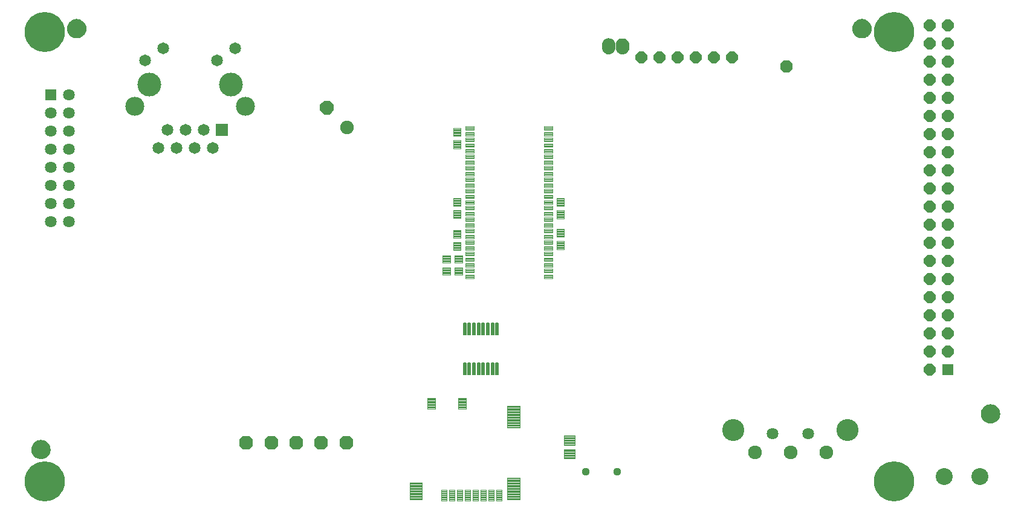
<source format=gbs>
G75*
%MOIN*%
%OFA0B0*%
%FSLAX25Y25*%
%IPPOS*%
%LPD*%
%AMOC8*
5,1,8,0,0,1.08239X$1,22.5*
%
%ADD10R,0.06406X0.06406*%
%ADD11OC8,0.06406*%
%ADD12C,0.06406*%
%ADD13OC8,0.07587*%
%ADD14C,0.07587*%
%ADD15C,0.12161*%
%ADD16C,0.00488*%
%ADD17C,0.00432*%
%ADD18C,0.00435*%
%ADD19C,0.06500*%
%ADD20R,0.06500X0.06500*%
%ADD21C,0.13098*%
%ADD22C,0.10500*%
%ADD23C,0.00494*%
%ADD24C,0.00444*%
%ADD25C,0.04437*%
%ADD26OC8,0.06996*%
%ADD27C,0.09358*%
%ADD28C,0.00545*%
%ADD29C,0.00100*%
%ADD30C,0.07500*%
%ADD31C,0.01500*%
%ADD32C,0.00449*%
%ADD33C,0.04500*%
%ADD34C,0.00500*%
%ADD35C,0.22154*%
D10*
X0055828Y0366054D03*
X0550612Y0214602D03*
D11*
X0540612Y0214602D03*
X0540612Y0224602D03*
X0550612Y0224602D03*
X0550612Y0234602D03*
X0540612Y0234602D03*
X0540612Y0244602D03*
X0550612Y0244602D03*
X0550612Y0254602D03*
X0540612Y0254602D03*
X0540612Y0264602D03*
X0550612Y0264602D03*
X0550612Y0274602D03*
X0540612Y0274602D03*
X0540612Y0284602D03*
X0550612Y0284602D03*
X0550612Y0294602D03*
X0540612Y0294602D03*
X0540612Y0304602D03*
X0550612Y0304602D03*
X0550612Y0314602D03*
X0540612Y0314602D03*
X0540612Y0324602D03*
X0550612Y0324602D03*
X0550612Y0334602D03*
X0540612Y0334602D03*
X0540612Y0344602D03*
X0550612Y0344602D03*
X0550612Y0354602D03*
X0540612Y0354602D03*
X0540612Y0364602D03*
X0550612Y0364602D03*
X0550612Y0374602D03*
X0540612Y0374602D03*
X0540612Y0384602D03*
X0550612Y0384602D03*
X0550612Y0394602D03*
X0540612Y0394602D03*
X0540612Y0404602D03*
X0550612Y0404602D03*
X0431578Y0386704D03*
X0421578Y0386704D03*
X0411578Y0386704D03*
X0401578Y0386704D03*
X0391578Y0386704D03*
X0381578Y0386704D03*
D12*
X0453998Y0179012D03*
X0473683Y0179012D03*
X0065828Y0296054D03*
X0055828Y0296054D03*
X0055828Y0306054D03*
X0055828Y0316054D03*
X0055828Y0326054D03*
X0055828Y0336054D03*
X0055828Y0346054D03*
X0065828Y0346054D03*
X0065828Y0336054D03*
X0065828Y0326054D03*
X0065828Y0316054D03*
X0065828Y0306054D03*
X0065828Y0356054D03*
X0055828Y0356054D03*
X0065828Y0366054D03*
D13*
X0163643Y0174287D03*
X0177423Y0174287D03*
X0191202Y0174287D03*
X0204982Y0174287D03*
X0218762Y0174287D03*
D14*
X0444155Y0168776D03*
X0463840Y0168776D03*
X0483525Y0168776D03*
D15*
X0495336Y0180980D03*
X0432344Y0180980D03*
D16*
X0304398Y0148113D02*
X0301630Y0148113D01*
X0304398Y0148113D02*
X0304398Y0142195D01*
X0301630Y0142195D01*
X0301630Y0148113D01*
X0301630Y0142682D02*
X0304398Y0142682D01*
X0304398Y0143169D02*
X0301630Y0143169D01*
X0301630Y0143656D02*
X0304398Y0143656D01*
X0304398Y0144143D02*
X0301630Y0144143D01*
X0301630Y0144630D02*
X0304398Y0144630D01*
X0304398Y0145117D02*
X0301630Y0145117D01*
X0301630Y0145604D02*
X0304398Y0145604D01*
X0304398Y0146091D02*
X0301630Y0146091D01*
X0301630Y0146578D02*
X0304398Y0146578D01*
X0304398Y0147065D02*
X0301630Y0147065D01*
X0301630Y0147552D02*
X0304398Y0147552D01*
X0304398Y0148039D02*
X0301630Y0148039D01*
X0300067Y0148113D02*
X0297299Y0148113D01*
X0300067Y0148113D02*
X0300067Y0142195D01*
X0297299Y0142195D01*
X0297299Y0148113D01*
X0297299Y0142682D02*
X0300067Y0142682D01*
X0300067Y0143169D02*
X0297299Y0143169D01*
X0297299Y0143656D02*
X0300067Y0143656D01*
X0300067Y0144143D02*
X0297299Y0144143D01*
X0297299Y0144630D02*
X0300067Y0144630D01*
X0300067Y0145117D02*
X0297299Y0145117D01*
X0297299Y0145604D02*
X0300067Y0145604D01*
X0300067Y0146091D02*
X0297299Y0146091D01*
X0297299Y0146578D02*
X0300067Y0146578D01*
X0300067Y0147065D02*
X0297299Y0147065D01*
X0297299Y0147552D02*
X0300067Y0147552D01*
X0300067Y0148039D02*
X0297299Y0148039D01*
X0295736Y0148113D02*
X0292968Y0148113D01*
X0295736Y0148113D02*
X0295736Y0142195D01*
X0292968Y0142195D01*
X0292968Y0148113D01*
X0292968Y0142682D02*
X0295736Y0142682D01*
X0295736Y0143169D02*
X0292968Y0143169D01*
X0292968Y0143656D02*
X0295736Y0143656D01*
X0295736Y0144143D02*
X0292968Y0144143D01*
X0292968Y0144630D02*
X0295736Y0144630D01*
X0295736Y0145117D02*
X0292968Y0145117D01*
X0292968Y0145604D02*
X0295736Y0145604D01*
X0295736Y0146091D02*
X0292968Y0146091D01*
X0292968Y0146578D02*
X0295736Y0146578D01*
X0295736Y0147065D02*
X0292968Y0147065D01*
X0292968Y0147552D02*
X0295736Y0147552D01*
X0295736Y0148039D02*
X0292968Y0148039D01*
X0291405Y0148113D02*
X0288637Y0148113D01*
X0291405Y0148113D02*
X0291405Y0142195D01*
X0288637Y0142195D01*
X0288637Y0148113D01*
X0288637Y0142682D02*
X0291405Y0142682D01*
X0291405Y0143169D02*
X0288637Y0143169D01*
X0288637Y0143656D02*
X0291405Y0143656D01*
X0291405Y0144143D02*
X0288637Y0144143D01*
X0288637Y0144630D02*
X0291405Y0144630D01*
X0291405Y0145117D02*
X0288637Y0145117D01*
X0288637Y0145604D02*
X0291405Y0145604D01*
X0291405Y0146091D02*
X0288637Y0146091D01*
X0288637Y0146578D02*
X0291405Y0146578D01*
X0291405Y0147065D02*
X0288637Y0147065D01*
X0288637Y0147552D02*
X0291405Y0147552D01*
X0291405Y0148039D02*
X0288637Y0148039D01*
X0287075Y0148113D02*
X0284307Y0148113D01*
X0287075Y0148113D02*
X0287075Y0142195D01*
X0284307Y0142195D01*
X0284307Y0148113D01*
X0284307Y0142682D02*
X0287075Y0142682D01*
X0287075Y0143169D02*
X0284307Y0143169D01*
X0284307Y0143656D02*
X0287075Y0143656D01*
X0287075Y0144143D02*
X0284307Y0144143D01*
X0284307Y0144630D02*
X0287075Y0144630D01*
X0287075Y0145117D02*
X0284307Y0145117D01*
X0284307Y0145604D02*
X0287075Y0145604D01*
X0287075Y0146091D02*
X0284307Y0146091D01*
X0284307Y0146578D02*
X0287075Y0146578D01*
X0287075Y0147065D02*
X0284307Y0147065D01*
X0284307Y0147552D02*
X0287075Y0147552D01*
X0287075Y0148039D02*
X0284307Y0148039D01*
X0282744Y0148113D02*
X0279976Y0148113D01*
X0282744Y0148113D02*
X0282744Y0142195D01*
X0279976Y0142195D01*
X0279976Y0148113D01*
X0279976Y0142682D02*
X0282744Y0142682D01*
X0282744Y0143169D02*
X0279976Y0143169D01*
X0279976Y0143656D02*
X0282744Y0143656D01*
X0282744Y0144143D02*
X0279976Y0144143D01*
X0279976Y0144630D02*
X0282744Y0144630D01*
X0282744Y0145117D02*
X0279976Y0145117D01*
X0279976Y0145604D02*
X0282744Y0145604D01*
X0282744Y0146091D02*
X0279976Y0146091D01*
X0279976Y0146578D02*
X0282744Y0146578D01*
X0282744Y0147065D02*
X0279976Y0147065D01*
X0279976Y0147552D02*
X0282744Y0147552D01*
X0282744Y0148039D02*
X0279976Y0148039D01*
X0278413Y0148113D02*
X0275645Y0148113D01*
X0278413Y0148113D02*
X0278413Y0142195D01*
X0275645Y0142195D01*
X0275645Y0148113D01*
X0275645Y0142682D02*
X0278413Y0142682D01*
X0278413Y0143169D02*
X0275645Y0143169D01*
X0275645Y0143656D02*
X0278413Y0143656D01*
X0278413Y0144143D02*
X0275645Y0144143D01*
X0275645Y0144630D02*
X0278413Y0144630D01*
X0278413Y0145117D02*
X0275645Y0145117D01*
X0275645Y0145604D02*
X0278413Y0145604D01*
X0278413Y0146091D02*
X0275645Y0146091D01*
X0275645Y0146578D02*
X0278413Y0146578D01*
X0278413Y0147065D02*
X0275645Y0147065D01*
X0275645Y0147552D02*
X0278413Y0147552D01*
X0278413Y0148039D02*
X0275645Y0148039D01*
X0274083Y0148113D02*
X0271315Y0148113D01*
X0274083Y0148113D02*
X0274083Y0142195D01*
X0271315Y0142195D01*
X0271315Y0148113D01*
X0271315Y0142682D02*
X0274083Y0142682D01*
X0274083Y0143169D02*
X0271315Y0143169D01*
X0271315Y0143656D02*
X0274083Y0143656D01*
X0274083Y0144143D02*
X0271315Y0144143D01*
X0271315Y0144630D02*
X0274083Y0144630D01*
X0274083Y0145117D02*
X0271315Y0145117D01*
X0271315Y0145604D02*
X0274083Y0145604D01*
X0274083Y0146091D02*
X0271315Y0146091D01*
X0271315Y0146578D02*
X0274083Y0146578D01*
X0274083Y0147065D02*
X0271315Y0147065D01*
X0271315Y0147552D02*
X0274083Y0147552D01*
X0274083Y0148039D02*
X0271315Y0148039D01*
D17*
X0260527Y0151978D02*
X0253767Y0151978D01*
X0260527Y0151978D02*
X0260527Y0142738D01*
X0253767Y0142738D01*
X0253767Y0151978D01*
X0253767Y0143169D02*
X0260527Y0143169D01*
X0260527Y0143600D02*
X0253767Y0143600D01*
X0253767Y0144031D02*
X0260527Y0144031D01*
X0260527Y0144462D02*
X0253767Y0144462D01*
X0253767Y0144893D02*
X0260527Y0144893D01*
X0260527Y0145324D02*
X0253767Y0145324D01*
X0253767Y0145755D02*
X0260527Y0145755D01*
X0260527Y0146186D02*
X0253767Y0146186D01*
X0253767Y0146617D02*
X0260527Y0146617D01*
X0260527Y0147048D02*
X0253767Y0147048D01*
X0253767Y0147479D02*
X0260527Y0147479D01*
X0260527Y0147910D02*
X0253767Y0147910D01*
X0253767Y0148341D02*
X0260527Y0148341D01*
X0260527Y0148772D02*
X0253767Y0148772D01*
X0253767Y0149203D02*
X0260527Y0149203D01*
X0260527Y0149634D02*
X0253767Y0149634D01*
X0253767Y0150065D02*
X0260527Y0150065D01*
X0260527Y0150496D02*
X0253767Y0150496D01*
X0253767Y0150927D02*
X0260527Y0150927D01*
X0260527Y0151358D02*
X0253767Y0151358D01*
X0253767Y0151789D02*
X0260527Y0151789D01*
X0307704Y0154636D02*
X0314464Y0154636D01*
X0314464Y0142758D01*
X0307704Y0142758D01*
X0307704Y0154636D01*
X0307704Y0143189D02*
X0314464Y0143189D01*
X0314464Y0143620D02*
X0307704Y0143620D01*
X0307704Y0144051D02*
X0314464Y0144051D01*
X0314464Y0144482D02*
X0307704Y0144482D01*
X0307704Y0144913D02*
X0314464Y0144913D01*
X0314464Y0145344D02*
X0307704Y0145344D01*
X0307704Y0145775D02*
X0314464Y0145775D01*
X0314464Y0146206D02*
X0307704Y0146206D01*
X0307704Y0146637D02*
X0314464Y0146637D01*
X0314464Y0147068D02*
X0307704Y0147068D01*
X0307704Y0147499D02*
X0314464Y0147499D01*
X0314464Y0147930D02*
X0307704Y0147930D01*
X0307704Y0148361D02*
X0314464Y0148361D01*
X0314464Y0148792D02*
X0307704Y0148792D01*
X0307704Y0149223D02*
X0314464Y0149223D01*
X0314464Y0149654D02*
X0307704Y0149654D01*
X0307704Y0150085D02*
X0314464Y0150085D01*
X0314464Y0150516D02*
X0307704Y0150516D01*
X0307704Y0150947D02*
X0314464Y0150947D01*
X0314464Y0151378D02*
X0307704Y0151378D01*
X0307704Y0151809D02*
X0314464Y0151809D01*
X0314464Y0152240D02*
X0307704Y0152240D01*
X0307704Y0152671D02*
X0314464Y0152671D01*
X0314464Y0153102D02*
X0307704Y0153102D01*
X0307704Y0153533D02*
X0314464Y0153533D01*
X0314464Y0153964D02*
X0307704Y0153964D01*
X0307704Y0154395D02*
X0314464Y0154395D01*
X0314464Y0194400D02*
X0307704Y0194400D01*
X0314464Y0194400D02*
X0314464Y0182522D01*
X0307704Y0182522D01*
X0307704Y0194400D01*
X0307704Y0182953D02*
X0314464Y0182953D01*
X0314464Y0183384D02*
X0307704Y0183384D01*
X0307704Y0183815D02*
X0314464Y0183815D01*
X0314464Y0184246D02*
X0307704Y0184246D01*
X0307704Y0184677D02*
X0314464Y0184677D01*
X0314464Y0185108D02*
X0307704Y0185108D01*
X0307704Y0185539D02*
X0314464Y0185539D01*
X0314464Y0185970D02*
X0307704Y0185970D01*
X0307704Y0186401D02*
X0314464Y0186401D01*
X0314464Y0186832D02*
X0307704Y0186832D01*
X0307704Y0187263D02*
X0314464Y0187263D01*
X0314464Y0187694D02*
X0307704Y0187694D01*
X0307704Y0188125D02*
X0314464Y0188125D01*
X0314464Y0188556D02*
X0307704Y0188556D01*
X0307704Y0188987D02*
X0314464Y0188987D01*
X0314464Y0189418D02*
X0307704Y0189418D01*
X0307704Y0189849D02*
X0314464Y0189849D01*
X0314464Y0190280D02*
X0307704Y0190280D01*
X0307704Y0190711D02*
X0314464Y0190711D01*
X0314464Y0191142D02*
X0307704Y0191142D01*
X0307704Y0191573D02*
X0314464Y0191573D01*
X0314464Y0192004D02*
X0307704Y0192004D01*
X0307704Y0192435D02*
X0314464Y0192435D01*
X0314464Y0192866D02*
X0307704Y0192866D01*
X0307704Y0193297D02*
X0314464Y0193297D01*
X0314464Y0193728D02*
X0307704Y0193728D01*
X0307704Y0194159D02*
X0314464Y0194159D01*
D18*
X0284936Y0198927D02*
X0280540Y0198927D01*
X0284936Y0198927D02*
X0284936Y0192955D01*
X0280540Y0192955D01*
X0280540Y0198927D01*
X0280540Y0193389D02*
X0284936Y0193389D01*
X0284936Y0193823D02*
X0280540Y0193823D01*
X0280540Y0194257D02*
X0284936Y0194257D01*
X0284936Y0194691D02*
X0280540Y0194691D01*
X0280540Y0195125D02*
X0284936Y0195125D01*
X0284936Y0195559D02*
X0280540Y0195559D01*
X0280540Y0195993D02*
X0284936Y0195993D01*
X0284936Y0196427D02*
X0280540Y0196427D01*
X0280540Y0196861D02*
X0284936Y0196861D01*
X0284936Y0197295D02*
X0280540Y0197295D01*
X0280540Y0197729D02*
X0284936Y0197729D01*
X0284936Y0198163D02*
X0280540Y0198163D01*
X0280540Y0198597D02*
X0284936Y0198597D01*
X0268007Y0198927D02*
X0263611Y0198927D01*
X0268007Y0198927D02*
X0268007Y0192955D01*
X0263611Y0192955D01*
X0263611Y0198927D01*
X0263611Y0193389D02*
X0268007Y0193389D01*
X0268007Y0193823D02*
X0263611Y0193823D01*
X0263611Y0194257D02*
X0268007Y0194257D01*
X0268007Y0194691D02*
X0263611Y0194691D01*
X0263611Y0195125D02*
X0268007Y0195125D01*
X0268007Y0195559D02*
X0263611Y0195559D01*
X0263611Y0195993D02*
X0268007Y0195993D01*
X0268007Y0196427D02*
X0263611Y0196427D01*
X0263611Y0196861D02*
X0268007Y0196861D01*
X0268007Y0197295D02*
X0263611Y0197295D01*
X0263611Y0197729D02*
X0268007Y0197729D01*
X0268007Y0198163D02*
X0263611Y0198163D01*
X0263611Y0198597D02*
X0268007Y0198597D01*
D19*
X0145219Y0336687D03*
X0135219Y0336687D03*
X0125219Y0336687D03*
X0115219Y0336687D03*
X0120219Y0346687D03*
X0130219Y0346687D03*
X0140219Y0346687D03*
X0147620Y0384994D03*
X0157620Y0391687D03*
X0117817Y0391687D03*
X0107817Y0384994D03*
D20*
X0150219Y0346687D03*
D21*
X0155219Y0371687D03*
X0110219Y0371687D03*
D22*
X0102207Y0359679D03*
X0163230Y0359679D03*
D23*
X0289281Y0348736D02*
X0289281Y0346762D01*
X0284551Y0346762D01*
X0284551Y0348736D01*
X0289281Y0348736D01*
X0289281Y0347255D02*
X0284551Y0347255D01*
X0284551Y0347748D02*
X0289281Y0347748D01*
X0289281Y0348241D02*
X0284551Y0348241D01*
X0284551Y0348734D02*
X0289281Y0348734D01*
X0289281Y0345587D02*
X0289281Y0343613D01*
X0284551Y0343613D01*
X0284551Y0345587D01*
X0289281Y0345587D01*
X0289281Y0344106D02*
X0284551Y0344106D01*
X0284551Y0344599D02*
X0289281Y0344599D01*
X0289281Y0345092D02*
X0284551Y0345092D01*
X0284551Y0345585D02*
X0289281Y0345585D01*
X0289281Y0342437D02*
X0289281Y0340463D01*
X0284551Y0340463D01*
X0284551Y0342437D01*
X0289281Y0342437D01*
X0289281Y0340956D02*
X0284551Y0340956D01*
X0284551Y0341449D02*
X0289281Y0341449D01*
X0289281Y0341942D02*
X0284551Y0341942D01*
X0284551Y0342435D02*
X0289281Y0342435D01*
X0289281Y0339287D02*
X0289281Y0337313D01*
X0284551Y0337313D01*
X0284551Y0339287D01*
X0289281Y0339287D01*
X0289281Y0337806D02*
X0284551Y0337806D01*
X0284551Y0338299D02*
X0289281Y0338299D01*
X0289281Y0338792D02*
X0284551Y0338792D01*
X0284551Y0339285D02*
X0289281Y0339285D01*
X0289281Y0336138D02*
X0289281Y0334164D01*
X0284551Y0334164D01*
X0284551Y0336138D01*
X0289281Y0336138D01*
X0289281Y0334657D02*
X0284551Y0334657D01*
X0284551Y0335150D02*
X0289281Y0335150D01*
X0289281Y0335643D02*
X0284551Y0335643D01*
X0284551Y0336136D02*
X0289281Y0336136D01*
X0289281Y0332988D02*
X0289281Y0331014D01*
X0284551Y0331014D01*
X0284551Y0332988D01*
X0289281Y0332988D01*
X0289281Y0331507D02*
X0284551Y0331507D01*
X0284551Y0332000D02*
X0289281Y0332000D01*
X0289281Y0332493D02*
X0284551Y0332493D01*
X0284551Y0332986D02*
X0289281Y0332986D01*
X0289281Y0329839D02*
X0289281Y0327865D01*
X0284551Y0327865D01*
X0284551Y0329839D01*
X0289281Y0329839D01*
X0289281Y0328358D02*
X0284551Y0328358D01*
X0284551Y0328851D02*
X0289281Y0328851D01*
X0289281Y0329344D02*
X0284551Y0329344D01*
X0284551Y0329837D02*
X0289281Y0329837D01*
X0289281Y0326689D02*
X0289281Y0324715D01*
X0284551Y0324715D01*
X0284551Y0326689D01*
X0289281Y0326689D01*
X0289281Y0325208D02*
X0284551Y0325208D01*
X0284551Y0325701D02*
X0289281Y0325701D01*
X0289281Y0326194D02*
X0284551Y0326194D01*
X0284551Y0326687D02*
X0289281Y0326687D01*
X0289281Y0323539D02*
X0289281Y0321565D01*
X0284551Y0321565D01*
X0284551Y0323539D01*
X0289281Y0323539D01*
X0289281Y0322058D02*
X0284551Y0322058D01*
X0284551Y0322551D02*
X0289281Y0322551D01*
X0289281Y0323044D02*
X0284551Y0323044D01*
X0284551Y0323537D02*
X0289281Y0323537D01*
X0289281Y0320390D02*
X0289281Y0318416D01*
X0284551Y0318416D01*
X0284551Y0320390D01*
X0289281Y0320390D01*
X0289281Y0318909D02*
X0284551Y0318909D01*
X0284551Y0319402D02*
X0289281Y0319402D01*
X0289281Y0319895D02*
X0284551Y0319895D01*
X0284551Y0320388D02*
X0289281Y0320388D01*
X0289281Y0317240D02*
X0289281Y0315266D01*
X0284551Y0315266D01*
X0284551Y0317240D01*
X0289281Y0317240D01*
X0289281Y0315759D02*
X0284551Y0315759D01*
X0284551Y0316252D02*
X0289281Y0316252D01*
X0289281Y0316745D02*
X0284551Y0316745D01*
X0284551Y0317238D02*
X0289281Y0317238D01*
X0289281Y0314091D02*
X0289281Y0312117D01*
X0284551Y0312117D01*
X0284551Y0314091D01*
X0289281Y0314091D01*
X0289281Y0312610D02*
X0284551Y0312610D01*
X0284551Y0313103D02*
X0289281Y0313103D01*
X0289281Y0313596D02*
X0284551Y0313596D01*
X0284551Y0314089D02*
X0289281Y0314089D01*
X0289281Y0310941D02*
X0289281Y0308967D01*
X0284551Y0308967D01*
X0284551Y0310941D01*
X0289281Y0310941D01*
X0289281Y0309460D02*
X0284551Y0309460D01*
X0284551Y0309953D02*
X0289281Y0309953D01*
X0289281Y0310446D02*
X0284551Y0310446D01*
X0284551Y0310939D02*
X0289281Y0310939D01*
X0289281Y0307791D02*
X0289281Y0305817D01*
X0284551Y0305817D01*
X0284551Y0307791D01*
X0289281Y0307791D01*
X0289281Y0306310D02*
X0284551Y0306310D01*
X0284551Y0306803D02*
X0289281Y0306803D01*
X0289281Y0307296D02*
X0284551Y0307296D01*
X0284551Y0307789D02*
X0289281Y0307789D01*
X0289281Y0304642D02*
X0289281Y0302668D01*
X0284551Y0302668D01*
X0284551Y0304642D01*
X0289281Y0304642D01*
X0289281Y0303161D02*
X0284551Y0303161D01*
X0284551Y0303654D02*
X0289281Y0303654D01*
X0289281Y0304147D02*
X0284551Y0304147D01*
X0284551Y0304640D02*
X0289281Y0304640D01*
X0289281Y0301492D02*
X0289281Y0299518D01*
X0284551Y0299518D01*
X0284551Y0301492D01*
X0289281Y0301492D01*
X0289281Y0300011D02*
X0284551Y0300011D01*
X0284551Y0300504D02*
X0289281Y0300504D01*
X0289281Y0300997D02*
X0284551Y0300997D01*
X0284551Y0301490D02*
X0289281Y0301490D01*
X0289281Y0298343D02*
X0289281Y0296369D01*
X0284551Y0296369D01*
X0284551Y0298343D01*
X0289281Y0298343D01*
X0289281Y0296862D02*
X0284551Y0296862D01*
X0284551Y0297355D02*
X0289281Y0297355D01*
X0289281Y0297848D02*
X0284551Y0297848D01*
X0284551Y0298341D02*
X0289281Y0298341D01*
X0289281Y0295193D02*
X0289281Y0293219D01*
X0284551Y0293219D01*
X0284551Y0295193D01*
X0289281Y0295193D01*
X0289281Y0293712D02*
X0284551Y0293712D01*
X0284551Y0294205D02*
X0289281Y0294205D01*
X0289281Y0294698D02*
X0284551Y0294698D01*
X0284551Y0295191D02*
X0289281Y0295191D01*
X0289281Y0292043D02*
X0289281Y0290069D01*
X0284551Y0290069D01*
X0284551Y0292043D01*
X0289281Y0292043D01*
X0289281Y0290562D02*
X0284551Y0290562D01*
X0284551Y0291055D02*
X0289281Y0291055D01*
X0289281Y0291548D02*
X0284551Y0291548D01*
X0284551Y0292041D02*
X0289281Y0292041D01*
X0289281Y0288894D02*
X0289281Y0286920D01*
X0284551Y0286920D01*
X0284551Y0288894D01*
X0289281Y0288894D01*
X0289281Y0287413D02*
X0284551Y0287413D01*
X0284551Y0287906D02*
X0289281Y0287906D01*
X0289281Y0288399D02*
X0284551Y0288399D01*
X0284551Y0288892D02*
X0289281Y0288892D01*
X0289281Y0285744D02*
X0289281Y0283770D01*
X0284551Y0283770D01*
X0284551Y0285744D01*
X0289281Y0285744D01*
X0289281Y0284263D02*
X0284551Y0284263D01*
X0284551Y0284756D02*
X0289281Y0284756D01*
X0289281Y0285249D02*
X0284551Y0285249D01*
X0284551Y0285742D02*
X0289281Y0285742D01*
X0289281Y0282594D02*
X0289281Y0280620D01*
X0284551Y0280620D01*
X0284551Y0282594D01*
X0289281Y0282594D01*
X0289281Y0281113D02*
X0284551Y0281113D01*
X0284551Y0281606D02*
X0289281Y0281606D01*
X0289281Y0282099D02*
X0284551Y0282099D01*
X0284551Y0282592D02*
X0289281Y0282592D01*
X0289281Y0279445D02*
X0289281Y0277471D01*
X0284551Y0277471D01*
X0284551Y0279445D01*
X0289281Y0279445D01*
X0289281Y0277964D02*
X0284551Y0277964D01*
X0284551Y0278457D02*
X0289281Y0278457D01*
X0289281Y0278950D02*
X0284551Y0278950D01*
X0284551Y0279443D02*
X0289281Y0279443D01*
X0289281Y0276295D02*
X0289281Y0274321D01*
X0284551Y0274321D01*
X0284551Y0276295D01*
X0289281Y0276295D01*
X0289281Y0274814D02*
X0284551Y0274814D01*
X0284551Y0275307D02*
X0289281Y0275307D01*
X0289281Y0275800D02*
X0284551Y0275800D01*
X0284551Y0276293D02*
X0289281Y0276293D01*
X0289281Y0273146D02*
X0289281Y0271172D01*
X0284551Y0271172D01*
X0284551Y0273146D01*
X0289281Y0273146D01*
X0289281Y0271665D02*
X0284551Y0271665D01*
X0284551Y0272158D02*
X0289281Y0272158D01*
X0289281Y0272651D02*
X0284551Y0272651D01*
X0284551Y0273144D02*
X0289281Y0273144D01*
X0289281Y0269996D02*
X0289281Y0268022D01*
X0284551Y0268022D01*
X0284551Y0269996D01*
X0289281Y0269996D01*
X0289281Y0268515D02*
X0284551Y0268515D01*
X0284551Y0269008D02*
X0289281Y0269008D01*
X0289281Y0269501D02*
X0284551Y0269501D01*
X0284551Y0269994D02*
X0289281Y0269994D01*
X0289281Y0266846D02*
X0289281Y0264872D01*
X0284551Y0264872D01*
X0284551Y0266846D01*
X0289281Y0266846D01*
X0289281Y0265365D02*
X0284551Y0265365D01*
X0284551Y0265858D02*
X0289281Y0265858D01*
X0289281Y0266351D02*
X0284551Y0266351D01*
X0284551Y0266844D02*
X0289281Y0266844D01*
X0327876Y0266846D02*
X0327876Y0264872D01*
X0327876Y0266846D02*
X0332606Y0266846D01*
X0332606Y0264872D01*
X0327876Y0264872D01*
X0327876Y0265365D02*
X0332606Y0265365D01*
X0332606Y0265858D02*
X0327876Y0265858D01*
X0327876Y0266351D02*
X0332606Y0266351D01*
X0332606Y0266844D02*
X0327876Y0266844D01*
X0327876Y0268022D02*
X0327876Y0269996D01*
X0332606Y0269996D01*
X0332606Y0268022D01*
X0327876Y0268022D01*
X0327876Y0268515D02*
X0332606Y0268515D01*
X0332606Y0269008D02*
X0327876Y0269008D01*
X0327876Y0269501D02*
X0332606Y0269501D01*
X0332606Y0269994D02*
X0327876Y0269994D01*
X0327876Y0271172D02*
X0327876Y0273146D01*
X0332606Y0273146D01*
X0332606Y0271172D01*
X0327876Y0271172D01*
X0327876Y0271665D02*
X0332606Y0271665D01*
X0332606Y0272158D02*
X0327876Y0272158D01*
X0327876Y0272651D02*
X0332606Y0272651D01*
X0332606Y0273144D02*
X0327876Y0273144D01*
X0327876Y0274321D02*
X0327876Y0276295D01*
X0332606Y0276295D01*
X0332606Y0274321D01*
X0327876Y0274321D01*
X0327876Y0274814D02*
X0332606Y0274814D01*
X0332606Y0275307D02*
X0327876Y0275307D01*
X0327876Y0275800D02*
X0332606Y0275800D01*
X0332606Y0276293D02*
X0327876Y0276293D01*
X0327876Y0277471D02*
X0327876Y0279445D01*
X0332606Y0279445D01*
X0332606Y0277471D01*
X0327876Y0277471D01*
X0327876Y0277964D02*
X0332606Y0277964D01*
X0332606Y0278457D02*
X0327876Y0278457D01*
X0327876Y0278950D02*
X0332606Y0278950D01*
X0332606Y0279443D02*
X0327876Y0279443D01*
X0327876Y0280620D02*
X0327876Y0282594D01*
X0332606Y0282594D01*
X0332606Y0280620D01*
X0327876Y0280620D01*
X0327876Y0281113D02*
X0332606Y0281113D01*
X0332606Y0281606D02*
X0327876Y0281606D01*
X0327876Y0282099D02*
X0332606Y0282099D01*
X0332606Y0282592D02*
X0327876Y0282592D01*
X0327876Y0283770D02*
X0327876Y0285744D01*
X0332606Y0285744D01*
X0332606Y0283770D01*
X0327876Y0283770D01*
X0327876Y0284263D02*
X0332606Y0284263D01*
X0332606Y0284756D02*
X0327876Y0284756D01*
X0327876Y0285249D02*
X0332606Y0285249D01*
X0332606Y0285742D02*
X0327876Y0285742D01*
X0327876Y0286920D02*
X0327876Y0288894D01*
X0332606Y0288894D01*
X0332606Y0286920D01*
X0327876Y0286920D01*
X0327876Y0287413D02*
X0332606Y0287413D01*
X0332606Y0287906D02*
X0327876Y0287906D01*
X0327876Y0288399D02*
X0332606Y0288399D01*
X0332606Y0288892D02*
X0327876Y0288892D01*
X0327876Y0290069D02*
X0327876Y0292043D01*
X0332606Y0292043D01*
X0332606Y0290069D01*
X0327876Y0290069D01*
X0327876Y0290562D02*
X0332606Y0290562D01*
X0332606Y0291055D02*
X0327876Y0291055D01*
X0327876Y0291548D02*
X0332606Y0291548D01*
X0332606Y0292041D02*
X0327876Y0292041D01*
X0327876Y0293219D02*
X0327876Y0295193D01*
X0332606Y0295193D01*
X0332606Y0293219D01*
X0327876Y0293219D01*
X0327876Y0293712D02*
X0332606Y0293712D01*
X0332606Y0294205D02*
X0327876Y0294205D01*
X0327876Y0294698D02*
X0332606Y0294698D01*
X0332606Y0295191D02*
X0327876Y0295191D01*
X0327876Y0296369D02*
X0327876Y0298343D01*
X0332606Y0298343D01*
X0332606Y0296369D01*
X0327876Y0296369D01*
X0327876Y0296862D02*
X0332606Y0296862D01*
X0332606Y0297355D02*
X0327876Y0297355D01*
X0327876Y0297848D02*
X0332606Y0297848D01*
X0332606Y0298341D02*
X0327876Y0298341D01*
X0327876Y0299518D02*
X0327876Y0301492D01*
X0332606Y0301492D01*
X0332606Y0299518D01*
X0327876Y0299518D01*
X0327876Y0300011D02*
X0332606Y0300011D01*
X0332606Y0300504D02*
X0327876Y0300504D01*
X0327876Y0300997D02*
X0332606Y0300997D01*
X0332606Y0301490D02*
X0327876Y0301490D01*
X0327876Y0302668D02*
X0327876Y0304642D01*
X0332606Y0304642D01*
X0332606Y0302668D01*
X0327876Y0302668D01*
X0327876Y0303161D02*
X0332606Y0303161D01*
X0332606Y0303654D02*
X0327876Y0303654D01*
X0327876Y0304147D02*
X0332606Y0304147D01*
X0332606Y0304640D02*
X0327876Y0304640D01*
X0327876Y0305817D02*
X0327876Y0307791D01*
X0332606Y0307791D01*
X0332606Y0305817D01*
X0327876Y0305817D01*
X0327876Y0306310D02*
X0332606Y0306310D01*
X0332606Y0306803D02*
X0327876Y0306803D01*
X0327876Y0307296D02*
X0332606Y0307296D01*
X0332606Y0307789D02*
X0327876Y0307789D01*
X0327876Y0308967D02*
X0327876Y0310941D01*
X0332606Y0310941D01*
X0332606Y0308967D01*
X0327876Y0308967D01*
X0327876Y0309460D02*
X0332606Y0309460D01*
X0332606Y0309953D02*
X0327876Y0309953D01*
X0327876Y0310446D02*
X0332606Y0310446D01*
X0332606Y0310939D02*
X0327876Y0310939D01*
X0327876Y0312117D02*
X0327876Y0314091D01*
X0332606Y0314091D01*
X0332606Y0312117D01*
X0327876Y0312117D01*
X0327876Y0312610D02*
X0332606Y0312610D01*
X0332606Y0313103D02*
X0327876Y0313103D01*
X0327876Y0313596D02*
X0332606Y0313596D01*
X0332606Y0314089D02*
X0327876Y0314089D01*
X0327876Y0315266D02*
X0327876Y0317240D01*
X0332606Y0317240D01*
X0332606Y0315266D01*
X0327876Y0315266D01*
X0327876Y0315759D02*
X0332606Y0315759D01*
X0332606Y0316252D02*
X0327876Y0316252D01*
X0327876Y0316745D02*
X0332606Y0316745D01*
X0332606Y0317238D02*
X0327876Y0317238D01*
X0327876Y0318416D02*
X0327876Y0320390D01*
X0332606Y0320390D01*
X0332606Y0318416D01*
X0327876Y0318416D01*
X0327876Y0318909D02*
X0332606Y0318909D01*
X0332606Y0319402D02*
X0327876Y0319402D01*
X0327876Y0319895D02*
X0332606Y0319895D01*
X0332606Y0320388D02*
X0327876Y0320388D01*
X0327876Y0321565D02*
X0327876Y0323539D01*
X0332606Y0323539D01*
X0332606Y0321565D01*
X0327876Y0321565D01*
X0327876Y0322058D02*
X0332606Y0322058D01*
X0332606Y0322551D02*
X0327876Y0322551D01*
X0327876Y0323044D02*
X0332606Y0323044D01*
X0332606Y0323537D02*
X0327876Y0323537D01*
X0327876Y0324715D02*
X0327876Y0326689D01*
X0332606Y0326689D01*
X0332606Y0324715D01*
X0327876Y0324715D01*
X0327876Y0325208D02*
X0332606Y0325208D01*
X0332606Y0325701D02*
X0327876Y0325701D01*
X0327876Y0326194D02*
X0332606Y0326194D01*
X0332606Y0326687D02*
X0327876Y0326687D01*
X0327876Y0327865D02*
X0327876Y0329839D01*
X0332606Y0329839D01*
X0332606Y0327865D01*
X0327876Y0327865D01*
X0327876Y0328358D02*
X0332606Y0328358D01*
X0332606Y0328851D02*
X0327876Y0328851D01*
X0327876Y0329344D02*
X0332606Y0329344D01*
X0332606Y0329837D02*
X0327876Y0329837D01*
X0327876Y0331014D02*
X0327876Y0332988D01*
X0332606Y0332988D01*
X0332606Y0331014D01*
X0327876Y0331014D01*
X0327876Y0331507D02*
X0332606Y0331507D01*
X0332606Y0332000D02*
X0327876Y0332000D01*
X0327876Y0332493D02*
X0332606Y0332493D01*
X0332606Y0332986D02*
X0327876Y0332986D01*
X0327876Y0334164D02*
X0327876Y0336138D01*
X0332606Y0336138D01*
X0332606Y0334164D01*
X0327876Y0334164D01*
X0327876Y0334657D02*
X0332606Y0334657D01*
X0332606Y0335150D02*
X0327876Y0335150D01*
X0327876Y0335643D02*
X0332606Y0335643D01*
X0332606Y0336136D02*
X0327876Y0336136D01*
X0327876Y0337313D02*
X0327876Y0339287D01*
X0332606Y0339287D01*
X0332606Y0337313D01*
X0327876Y0337313D01*
X0327876Y0337806D02*
X0332606Y0337806D01*
X0332606Y0338299D02*
X0327876Y0338299D01*
X0327876Y0338792D02*
X0332606Y0338792D01*
X0332606Y0339285D02*
X0327876Y0339285D01*
X0327876Y0340463D02*
X0327876Y0342437D01*
X0332606Y0342437D01*
X0332606Y0340463D01*
X0327876Y0340463D01*
X0327876Y0340956D02*
X0332606Y0340956D01*
X0332606Y0341449D02*
X0327876Y0341449D01*
X0327876Y0341942D02*
X0332606Y0341942D01*
X0332606Y0342435D02*
X0327876Y0342435D01*
X0327876Y0343613D02*
X0327876Y0345587D01*
X0332606Y0345587D01*
X0332606Y0343613D01*
X0327876Y0343613D01*
X0327876Y0344106D02*
X0332606Y0344106D01*
X0332606Y0344599D02*
X0327876Y0344599D01*
X0327876Y0345092D02*
X0332606Y0345092D01*
X0332606Y0345585D02*
X0327876Y0345585D01*
X0327876Y0346762D02*
X0327876Y0348736D01*
X0332606Y0348736D01*
X0332606Y0346762D01*
X0327876Y0346762D01*
X0327876Y0347255D02*
X0332606Y0347255D01*
X0332606Y0347748D02*
X0327876Y0347748D01*
X0327876Y0348241D02*
X0332606Y0348241D01*
X0332606Y0348734D02*
X0327876Y0348734D01*
D24*
X0277982Y0347694D02*
X0277982Y0343308D01*
X0277982Y0347694D02*
X0281974Y0347694D01*
X0281974Y0343308D01*
X0277982Y0343308D01*
X0277982Y0343751D02*
X0281974Y0343751D01*
X0281974Y0344194D02*
X0277982Y0344194D01*
X0277982Y0344637D02*
X0281974Y0344637D01*
X0281974Y0345080D02*
X0277982Y0345080D01*
X0277982Y0345523D02*
X0281974Y0345523D01*
X0281974Y0345966D02*
X0277982Y0345966D01*
X0277982Y0346409D02*
X0281974Y0346409D01*
X0281974Y0346852D02*
X0277982Y0346852D01*
X0277982Y0347295D02*
X0281974Y0347295D01*
X0277982Y0341001D02*
X0277982Y0336615D01*
X0277982Y0341001D02*
X0281974Y0341001D01*
X0281974Y0336615D01*
X0277982Y0336615D01*
X0277982Y0337058D02*
X0281974Y0337058D01*
X0281974Y0337501D02*
X0277982Y0337501D01*
X0277982Y0337944D02*
X0281974Y0337944D01*
X0281974Y0338387D02*
X0277982Y0338387D01*
X0277982Y0338830D02*
X0281974Y0338830D01*
X0281974Y0339273D02*
X0277982Y0339273D01*
X0277982Y0339716D02*
X0281974Y0339716D01*
X0281974Y0340159D02*
X0277982Y0340159D01*
X0277982Y0340602D02*
X0281974Y0340602D01*
X0277782Y0309094D02*
X0277782Y0304708D01*
X0277782Y0309094D02*
X0281774Y0309094D01*
X0281774Y0304708D01*
X0277782Y0304708D01*
X0277782Y0305151D02*
X0281774Y0305151D01*
X0281774Y0305594D02*
X0277782Y0305594D01*
X0277782Y0306037D02*
X0281774Y0306037D01*
X0281774Y0306480D02*
X0277782Y0306480D01*
X0277782Y0306923D02*
X0281774Y0306923D01*
X0281774Y0307366D02*
X0277782Y0307366D01*
X0277782Y0307809D02*
X0281774Y0307809D01*
X0281774Y0308252D02*
X0277782Y0308252D01*
X0277782Y0308695D02*
X0281774Y0308695D01*
X0277782Y0302401D02*
X0277782Y0298015D01*
X0277782Y0302401D02*
X0281774Y0302401D01*
X0281774Y0298015D01*
X0277782Y0298015D01*
X0277782Y0298458D02*
X0281774Y0298458D01*
X0281774Y0298901D02*
X0277782Y0298901D01*
X0277782Y0299344D02*
X0281774Y0299344D01*
X0281774Y0299787D02*
X0277782Y0299787D01*
X0277782Y0300230D02*
X0281774Y0300230D01*
X0281774Y0300673D02*
X0277782Y0300673D01*
X0277782Y0301116D02*
X0281774Y0301116D01*
X0281774Y0301559D02*
X0277782Y0301559D01*
X0277782Y0302002D02*
X0281774Y0302002D01*
X0277782Y0291594D02*
X0277782Y0287208D01*
X0277782Y0291594D02*
X0281774Y0291594D01*
X0281774Y0287208D01*
X0277782Y0287208D01*
X0277782Y0287651D02*
X0281774Y0287651D01*
X0281774Y0288094D02*
X0277782Y0288094D01*
X0277782Y0288537D02*
X0281774Y0288537D01*
X0281774Y0288980D02*
X0277782Y0288980D01*
X0277782Y0289423D02*
X0281774Y0289423D01*
X0281774Y0289866D02*
X0277782Y0289866D01*
X0277782Y0290309D02*
X0281774Y0290309D01*
X0281774Y0290752D02*
X0277782Y0290752D01*
X0277782Y0291195D02*
X0281774Y0291195D01*
X0277782Y0284901D02*
X0277782Y0280515D01*
X0277782Y0284901D02*
X0281774Y0284901D01*
X0281774Y0280515D01*
X0277782Y0280515D01*
X0277782Y0280958D02*
X0281774Y0280958D01*
X0281774Y0281401D02*
X0277782Y0281401D01*
X0277782Y0281844D02*
X0281774Y0281844D01*
X0281774Y0282287D02*
X0277782Y0282287D01*
X0277782Y0282730D02*
X0281774Y0282730D01*
X0281774Y0283173D02*
X0277782Y0283173D01*
X0277782Y0283616D02*
X0281774Y0283616D01*
X0281774Y0284059D02*
X0277782Y0284059D01*
X0277782Y0284502D02*
X0281774Y0284502D01*
X0282818Y0277600D02*
X0278432Y0277600D01*
X0282818Y0277600D02*
X0282818Y0273608D01*
X0278432Y0273608D01*
X0278432Y0277600D01*
X0278432Y0274051D02*
X0282818Y0274051D01*
X0282818Y0274494D02*
X0278432Y0274494D01*
X0278432Y0274937D02*
X0282818Y0274937D01*
X0282818Y0275380D02*
X0278432Y0275380D01*
X0278432Y0275823D02*
X0282818Y0275823D01*
X0282818Y0276266D02*
X0278432Y0276266D01*
X0278432Y0276709D02*
X0282818Y0276709D01*
X0282818Y0277152D02*
X0278432Y0277152D01*
X0278432Y0277595D02*
X0282818Y0277595D01*
X0282818Y0270850D02*
X0278432Y0270850D01*
X0282818Y0270850D02*
X0282818Y0266858D01*
X0278432Y0266858D01*
X0278432Y0270850D01*
X0278432Y0267301D02*
X0282818Y0267301D01*
X0282818Y0267744D02*
X0278432Y0267744D01*
X0278432Y0268187D02*
X0282818Y0268187D01*
X0282818Y0268630D02*
X0278432Y0268630D01*
X0278432Y0269073D02*
X0282818Y0269073D01*
X0282818Y0269516D02*
X0278432Y0269516D01*
X0278432Y0269959D02*
X0282818Y0269959D01*
X0282818Y0270402D02*
X0278432Y0270402D01*
X0278432Y0270845D02*
X0282818Y0270845D01*
X0276125Y0270850D02*
X0271739Y0270850D01*
X0276125Y0270850D02*
X0276125Y0266858D01*
X0271739Y0266858D01*
X0271739Y0270850D01*
X0271739Y0267301D02*
X0276125Y0267301D01*
X0276125Y0267744D02*
X0271739Y0267744D01*
X0271739Y0268187D02*
X0276125Y0268187D01*
X0276125Y0268630D02*
X0271739Y0268630D01*
X0271739Y0269073D02*
X0276125Y0269073D01*
X0276125Y0269516D02*
X0271739Y0269516D01*
X0271739Y0269959D02*
X0276125Y0269959D01*
X0276125Y0270402D02*
X0271739Y0270402D01*
X0271739Y0270845D02*
X0276125Y0270845D01*
X0276125Y0277600D02*
X0271739Y0277600D01*
X0276125Y0277600D02*
X0276125Y0273608D01*
X0271739Y0273608D01*
X0271739Y0277600D01*
X0271739Y0274051D02*
X0276125Y0274051D01*
X0276125Y0274494D02*
X0271739Y0274494D01*
X0271739Y0274937D02*
X0276125Y0274937D01*
X0276125Y0275380D02*
X0271739Y0275380D01*
X0271739Y0275823D02*
X0276125Y0275823D01*
X0276125Y0276266D02*
X0271739Y0276266D01*
X0271739Y0276709D02*
X0276125Y0276709D01*
X0276125Y0277152D02*
X0271739Y0277152D01*
X0271739Y0277595D02*
X0276125Y0277595D01*
X0338874Y0280965D02*
X0338874Y0285351D01*
X0338874Y0280965D02*
X0334882Y0280965D01*
X0334882Y0285351D01*
X0338874Y0285351D01*
X0338874Y0281408D02*
X0334882Y0281408D01*
X0334882Y0281851D02*
X0338874Y0281851D01*
X0338874Y0282294D02*
X0334882Y0282294D01*
X0334882Y0282737D02*
X0338874Y0282737D01*
X0338874Y0283180D02*
X0334882Y0283180D01*
X0334882Y0283623D02*
X0338874Y0283623D01*
X0338874Y0284066D02*
X0334882Y0284066D01*
X0334882Y0284509D02*
X0338874Y0284509D01*
X0338874Y0284952D02*
X0334882Y0284952D01*
X0338874Y0287658D02*
X0338874Y0292044D01*
X0338874Y0287658D02*
X0334882Y0287658D01*
X0334882Y0292044D01*
X0338874Y0292044D01*
X0338874Y0288101D02*
X0334882Y0288101D01*
X0334882Y0288544D02*
X0338874Y0288544D01*
X0338874Y0288987D02*
X0334882Y0288987D01*
X0334882Y0289430D02*
X0338874Y0289430D01*
X0338874Y0289873D02*
X0334882Y0289873D01*
X0334882Y0290316D02*
X0338874Y0290316D01*
X0338874Y0290759D02*
X0334882Y0290759D01*
X0334882Y0291202D02*
X0338874Y0291202D01*
X0338874Y0291645D02*
X0334882Y0291645D01*
X0338824Y0297965D02*
X0338824Y0302351D01*
X0338824Y0297965D02*
X0334832Y0297965D01*
X0334832Y0302351D01*
X0338824Y0302351D01*
X0338824Y0298408D02*
X0334832Y0298408D01*
X0334832Y0298851D02*
X0338824Y0298851D01*
X0338824Y0299294D02*
X0334832Y0299294D01*
X0334832Y0299737D02*
X0338824Y0299737D01*
X0338824Y0300180D02*
X0334832Y0300180D01*
X0334832Y0300623D02*
X0338824Y0300623D01*
X0338824Y0301066D02*
X0334832Y0301066D01*
X0334832Y0301509D02*
X0338824Y0301509D01*
X0338824Y0301952D02*
X0334832Y0301952D01*
X0338824Y0304658D02*
X0338824Y0309044D01*
X0338824Y0304658D02*
X0334832Y0304658D01*
X0334832Y0309044D01*
X0338824Y0309044D01*
X0338824Y0305101D02*
X0334832Y0305101D01*
X0334832Y0305544D02*
X0338824Y0305544D01*
X0338824Y0305987D02*
X0334832Y0305987D01*
X0334832Y0306430D02*
X0338824Y0306430D01*
X0338824Y0306873D02*
X0334832Y0306873D01*
X0334832Y0307316D02*
X0338824Y0307316D01*
X0338824Y0307759D02*
X0334832Y0307759D01*
X0334832Y0308202D02*
X0338824Y0308202D01*
X0338824Y0308645D02*
X0334832Y0308645D01*
D25*
X0350848Y0158146D03*
X0368171Y0158146D03*
D26*
X0461678Y0381654D03*
D27*
X0548486Y0155390D03*
X0568171Y0155390D03*
D28*
X0302651Y0211854D02*
X0302651Y0218108D01*
X0302651Y0211854D02*
X0301317Y0211854D01*
X0301317Y0218108D01*
X0302651Y0218108D01*
X0302651Y0212398D02*
X0301317Y0212398D01*
X0301317Y0212942D02*
X0302651Y0212942D01*
X0302651Y0213486D02*
X0301317Y0213486D01*
X0301317Y0214030D02*
X0302651Y0214030D01*
X0302651Y0214574D02*
X0301317Y0214574D01*
X0301317Y0215118D02*
X0302651Y0215118D01*
X0302651Y0215662D02*
X0301317Y0215662D01*
X0301317Y0216206D02*
X0302651Y0216206D01*
X0302651Y0216750D02*
X0301317Y0216750D01*
X0301317Y0217294D02*
X0302651Y0217294D01*
X0302651Y0217838D02*
X0301317Y0217838D01*
X0300092Y0218108D02*
X0300092Y0211854D01*
X0298758Y0211854D01*
X0298758Y0218108D01*
X0300092Y0218108D01*
X0300092Y0212398D02*
X0298758Y0212398D01*
X0298758Y0212942D02*
X0300092Y0212942D01*
X0300092Y0213486D02*
X0298758Y0213486D01*
X0298758Y0214030D02*
X0300092Y0214030D01*
X0300092Y0214574D02*
X0298758Y0214574D01*
X0298758Y0215118D02*
X0300092Y0215118D01*
X0300092Y0215662D02*
X0298758Y0215662D01*
X0298758Y0216206D02*
X0300092Y0216206D01*
X0300092Y0216750D02*
X0298758Y0216750D01*
X0298758Y0217294D02*
X0300092Y0217294D01*
X0300092Y0217838D02*
X0298758Y0217838D01*
X0297532Y0218108D02*
X0297532Y0211854D01*
X0296198Y0211854D01*
X0296198Y0218108D01*
X0297532Y0218108D01*
X0297532Y0212398D02*
X0296198Y0212398D01*
X0296198Y0212942D02*
X0297532Y0212942D01*
X0297532Y0213486D02*
X0296198Y0213486D01*
X0296198Y0214030D02*
X0297532Y0214030D01*
X0297532Y0214574D02*
X0296198Y0214574D01*
X0296198Y0215118D02*
X0297532Y0215118D01*
X0297532Y0215662D02*
X0296198Y0215662D01*
X0296198Y0216206D02*
X0297532Y0216206D01*
X0297532Y0216750D02*
X0296198Y0216750D01*
X0296198Y0217294D02*
X0297532Y0217294D01*
X0297532Y0217838D02*
X0296198Y0217838D01*
X0294973Y0218108D02*
X0294973Y0211854D01*
X0293639Y0211854D01*
X0293639Y0218108D01*
X0294973Y0218108D01*
X0294973Y0212398D02*
X0293639Y0212398D01*
X0293639Y0212942D02*
X0294973Y0212942D01*
X0294973Y0213486D02*
X0293639Y0213486D01*
X0293639Y0214030D02*
X0294973Y0214030D01*
X0294973Y0214574D02*
X0293639Y0214574D01*
X0293639Y0215118D02*
X0294973Y0215118D01*
X0294973Y0215662D02*
X0293639Y0215662D01*
X0293639Y0216206D02*
X0294973Y0216206D01*
X0294973Y0216750D02*
X0293639Y0216750D01*
X0293639Y0217294D02*
X0294973Y0217294D01*
X0294973Y0217838D02*
X0293639Y0217838D01*
X0292414Y0218108D02*
X0292414Y0211854D01*
X0291080Y0211854D01*
X0291080Y0218108D01*
X0292414Y0218108D01*
X0292414Y0212398D02*
X0291080Y0212398D01*
X0291080Y0212942D02*
X0292414Y0212942D01*
X0292414Y0213486D02*
X0291080Y0213486D01*
X0291080Y0214030D02*
X0292414Y0214030D01*
X0292414Y0214574D02*
X0291080Y0214574D01*
X0291080Y0215118D02*
X0292414Y0215118D01*
X0292414Y0215662D02*
X0291080Y0215662D01*
X0291080Y0216206D02*
X0292414Y0216206D01*
X0292414Y0216750D02*
X0291080Y0216750D01*
X0291080Y0217294D02*
X0292414Y0217294D01*
X0292414Y0217838D02*
X0291080Y0217838D01*
X0289855Y0218108D02*
X0289855Y0211854D01*
X0288521Y0211854D01*
X0288521Y0218108D01*
X0289855Y0218108D01*
X0289855Y0212398D02*
X0288521Y0212398D01*
X0288521Y0212942D02*
X0289855Y0212942D01*
X0289855Y0213486D02*
X0288521Y0213486D01*
X0288521Y0214030D02*
X0289855Y0214030D01*
X0289855Y0214574D02*
X0288521Y0214574D01*
X0288521Y0215118D02*
X0289855Y0215118D01*
X0289855Y0215662D02*
X0288521Y0215662D01*
X0288521Y0216206D02*
X0289855Y0216206D01*
X0289855Y0216750D02*
X0288521Y0216750D01*
X0288521Y0217294D02*
X0289855Y0217294D01*
X0289855Y0217838D02*
X0288521Y0217838D01*
X0287296Y0218108D02*
X0287296Y0211854D01*
X0285962Y0211854D01*
X0285962Y0218108D01*
X0287296Y0218108D01*
X0287296Y0212398D02*
X0285962Y0212398D01*
X0285962Y0212942D02*
X0287296Y0212942D01*
X0287296Y0213486D02*
X0285962Y0213486D01*
X0285962Y0214030D02*
X0287296Y0214030D01*
X0287296Y0214574D02*
X0285962Y0214574D01*
X0285962Y0215118D02*
X0287296Y0215118D01*
X0287296Y0215662D02*
X0285962Y0215662D01*
X0285962Y0216206D02*
X0287296Y0216206D01*
X0287296Y0216750D02*
X0285962Y0216750D01*
X0285962Y0217294D02*
X0287296Y0217294D01*
X0287296Y0217838D02*
X0285962Y0217838D01*
X0284737Y0218108D02*
X0284737Y0211854D01*
X0283403Y0211854D01*
X0283403Y0218108D01*
X0284737Y0218108D01*
X0284737Y0212398D02*
X0283403Y0212398D01*
X0283403Y0212942D02*
X0284737Y0212942D01*
X0284737Y0213486D02*
X0283403Y0213486D01*
X0283403Y0214030D02*
X0284737Y0214030D01*
X0284737Y0214574D02*
X0283403Y0214574D01*
X0283403Y0215118D02*
X0284737Y0215118D01*
X0284737Y0215662D02*
X0283403Y0215662D01*
X0283403Y0216206D02*
X0284737Y0216206D01*
X0284737Y0216750D02*
X0283403Y0216750D01*
X0283403Y0217294D02*
X0284737Y0217294D01*
X0284737Y0217838D02*
X0283403Y0217838D01*
X0284737Y0233901D02*
X0284737Y0240155D01*
X0284737Y0233901D02*
X0283403Y0233901D01*
X0283403Y0240155D01*
X0284737Y0240155D01*
X0284737Y0234445D02*
X0283403Y0234445D01*
X0283403Y0234989D02*
X0284737Y0234989D01*
X0284737Y0235533D02*
X0283403Y0235533D01*
X0283403Y0236077D02*
X0284737Y0236077D01*
X0284737Y0236621D02*
X0283403Y0236621D01*
X0283403Y0237165D02*
X0284737Y0237165D01*
X0284737Y0237709D02*
X0283403Y0237709D01*
X0283403Y0238253D02*
X0284737Y0238253D01*
X0284737Y0238797D02*
X0283403Y0238797D01*
X0283403Y0239341D02*
X0284737Y0239341D01*
X0284737Y0239885D02*
X0283403Y0239885D01*
X0287296Y0240155D02*
X0287296Y0233901D01*
X0285962Y0233901D01*
X0285962Y0240155D01*
X0287296Y0240155D01*
X0287296Y0234445D02*
X0285962Y0234445D01*
X0285962Y0234989D02*
X0287296Y0234989D01*
X0287296Y0235533D02*
X0285962Y0235533D01*
X0285962Y0236077D02*
X0287296Y0236077D01*
X0287296Y0236621D02*
X0285962Y0236621D01*
X0285962Y0237165D02*
X0287296Y0237165D01*
X0287296Y0237709D02*
X0285962Y0237709D01*
X0285962Y0238253D02*
X0287296Y0238253D01*
X0287296Y0238797D02*
X0285962Y0238797D01*
X0285962Y0239341D02*
X0287296Y0239341D01*
X0287296Y0239885D02*
X0285962Y0239885D01*
X0289855Y0240155D02*
X0289855Y0233901D01*
X0288521Y0233901D01*
X0288521Y0240155D01*
X0289855Y0240155D01*
X0289855Y0234445D02*
X0288521Y0234445D01*
X0288521Y0234989D02*
X0289855Y0234989D01*
X0289855Y0235533D02*
X0288521Y0235533D01*
X0288521Y0236077D02*
X0289855Y0236077D01*
X0289855Y0236621D02*
X0288521Y0236621D01*
X0288521Y0237165D02*
X0289855Y0237165D01*
X0289855Y0237709D02*
X0288521Y0237709D01*
X0288521Y0238253D02*
X0289855Y0238253D01*
X0289855Y0238797D02*
X0288521Y0238797D01*
X0288521Y0239341D02*
X0289855Y0239341D01*
X0289855Y0239885D02*
X0288521Y0239885D01*
X0292414Y0240155D02*
X0292414Y0233901D01*
X0291080Y0233901D01*
X0291080Y0240155D01*
X0292414Y0240155D01*
X0292414Y0234445D02*
X0291080Y0234445D01*
X0291080Y0234989D02*
X0292414Y0234989D01*
X0292414Y0235533D02*
X0291080Y0235533D01*
X0291080Y0236077D02*
X0292414Y0236077D01*
X0292414Y0236621D02*
X0291080Y0236621D01*
X0291080Y0237165D02*
X0292414Y0237165D01*
X0292414Y0237709D02*
X0291080Y0237709D01*
X0291080Y0238253D02*
X0292414Y0238253D01*
X0292414Y0238797D02*
X0291080Y0238797D01*
X0291080Y0239341D02*
X0292414Y0239341D01*
X0292414Y0239885D02*
X0291080Y0239885D01*
X0294973Y0240155D02*
X0294973Y0233901D01*
X0293639Y0233901D01*
X0293639Y0240155D01*
X0294973Y0240155D01*
X0294973Y0234445D02*
X0293639Y0234445D01*
X0293639Y0234989D02*
X0294973Y0234989D01*
X0294973Y0235533D02*
X0293639Y0235533D01*
X0293639Y0236077D02*
X0294973Y0236077D01*
X0294973Y0236621D02*
X0293639Y0236621D01*
X0293639Y0237165D02*
X0294973Y0237165D01*
X0294973Y0237709D02*
X0293639Y0237709D01*
X0293639Y0238253D02*
X0294973Y0238253D01*
X0294973Y0238797D02*
X0293639Y0238797D01*
X0293639Y0239341D02*
X0294973Y0239341D01*
X0294973Y0239885D02*
X0293639Y0239885D01*
X0297532Y0240155D02*
X0297532Y0233901D01*
X0296198Y0233901D01*
X0296198Y0240155D01*
X0297532Y0240155D01*
X0297532Y0234445D02*
X0296198Y0234445D01*
X0296198Y0234989D02*
X0297532Y0234989D01*
X0297532Y0235533D02*
X0296198Y0235533D01*
X0296198Y0236077D02*
X0297532Y0236077D01*
X0297532Y0236621D02*
X0296198Y0236621D01*
X0296198Y0237165D02*
X0297532Y0237165D01*
X0297532Y0237709D02*
X0296198Y0237709D01*
X0296198Y0238253D02*
X0297532Y0238253D01*
X0297532Y0238797D02*
X0296198Y0238797D01*
X0296198Y0239341D02*
X0297532Y0239341D01*
X0297532Y0239885D02*
X0296198Y0239885D01*
X0300092Y0240155D02*
X0300092Y0233901D01*
X0298758Y0233901D01*
X0298758Y0240155D01*
X0300092Y0240155D01*
X0300092Y0234445D02*
X0298758Y0234445D01*
X0298758Y0234989D02*
X0300092Y0234989D01*
X0300092Y0235533D02*
X0298758Y0235533D01*
X0298758Y0236077D02*
X0300092Y0236077D01*
X0300092Y0236621D02*
X0298758Y0236621D01*
X0298758Y0237165D02*
X0300092Y0237165D01*
X0300092Y0237709D02*
X0298758Y0237709D01*
X0298758Y0238253D02*
X0300092Y0238253D01*
X0300092Y0238797D02*
X0298758Y0238797D01*
X0298758Y0239341D02*
X0300092Y0239341D01*
X0300092Y0239885D02*
X0298758Y0239885D01*
X0302651Y0240155D02*
X0302651Y0233901D01*
X0301317Y0233901D01*
X0301317Y0240155D01*
X0302651Y0240155D01*
X0302651Y0234445D02*
X0301317Y0234445D01*
X0301317Y0234989D02*
X0302651Y0234989D01*
X0302651Y0235533D02*
X0301317Y0235533D01*
X0301317Y0236077D02*
X0302651Y0236077D01*
X0302651Y0236621D02*
X0301317Y0236621D01*
X0301317Y0237165D02*
X0302651Y0237165D01*
X0302651Y0237709D02*
X0301317Y0237709D01*
X0301317Y0238253D02*
X0302651Y0238253D01*
X0302651Y0238797D02*
X0301317Y0238797D01*
X0301317Y0239341D02*
X0302651Y0239341D01*
X0302651Y0239885D02*
X0301317Y0239885D01*
D29*
X0362039Y0389121D02*
X0361434Y0389444D01*
X0360904Y0389879D01*
X0360468Y0390410D01*
X0360145Y0391015D01*
X0359946Y0391672D01*
X0359878Y0392354D01*
X0359878Y0393104D01*
X0366878Y0393104D01*
X0366878Y0392354D01*
X0366811Y0391672D01*
X0366612Y0391015D01*
X0366289Y0390410D01*
X0365853Y0389879D01*
X0365323Y0389444D01*
X0364718Y0389121D01*
X0364061Y0388922D01*
X0363378Y0388854D01*
X0362696Y0388922D01*
X0362039Y0389121D01*
X0361944Y0389172D02*
X0364813Y0389172D01*
X0364997Y0389270D02*
X0361760Y0389270D01*
X0361575Y0389369D02*
X0365182Y0389369D01*
X0365351Y0389467D02*
X0361406Y0389467D01*
X0361286Y0389566D02*
X0365471Y0389566D01*
X0365591Y0389664D02*
X0361166Y0389664D01*
X0361046Y0389763D02*
X0365711Y0389763D01*
X0365831Y0389861D02*
X0360926Y0389861D01*
X0360838Y0389960D02*
X0365919Y0389960D01*
X0366000Y0390058D02*
X0360757Y0390058D01*
X0360676Y0390157D02*
X0366081Y0390157D01*
X0366162Y0390255D02*
X0360595Y0390255D01*
X0360514Y0390354D02*
X0366243Y0390354D01*
X0366311Y0390452D02*
X0360446Y0390452D01*
X0360393Y0390551D02*
X0366364Y0390551D01*
X0366417Y0390649D02*
X0360340Y0390649D01*
X0360288Y0390748D02*
X0366469Y0390748D01*
X0366522Y0390846D02*
X0360235Y0390846D01*
X0360182Y0390945D02*
X0366575Y0390945D01*
X0366621Y0391043D02*
X0360136Y0391043D01*
X0360106Y0391142D02*
X0366651Y0391142D01*
X0366680Y0391240D02*
X0360077Y0391240D01*
X0360047Y0391339D02*
X0366710Y0391339D01*
X0366740Y0391437D02*
X0360017Y0391437D01*
X0359987Y0391536D02*
X0366770Y0391536D01*
X0366800Y0391634D02*
X0359957Y0391634D01*
X0359940Y0391733D02*
X0366817Y0391733D01*
X0366827Y0391831D02*
X0359930Y0391831D01*
X0359920Y0391930D02*
X0366837Y0391930D01*
X0366846Y0392028D02*
X0359911Y0392028D01*
X0359901Y0392127D02*
X0366856Y0392127D01*
X0366866Y0392225D02*
X0359891Y0392225D01*
X0359881Y0392324D02*
X0366875Y0392324D01*
X0366878Y0392422D02*
X0359878Y0392422D01*
X0359878Y0392521D02*
X0366878Y0392521D01*
X0366878Y0392619D02*
X0359878Y0392619D01*
X0359878Y0392718D02*
X0366878Y0392718D01*
X0366878Y0392817D02*
X0359878Y0392817D01*
X0359878Y0392915D02*
X0366878Y0392915D01*
X0366878Y0393014D02*
X0359878Y0393014D01*
X0359878Y0393104D02*
X0366878Y0393104D01*
X0366878Y0393854D01*
X0366811Y0394537D01*
X0366612Y0395194D01*
X0366289Y0395799D01*
X0365853Y0396329D01*
X0365323Y0396764D01*
X0364718Y0397088D01*
X0364061Y0397287D01*
X0363378Y0397354D01*
X0362696Y0397287D01*
X0362039Y0397088D01*
X0361434Y0396764D01*
X0360904Y0396329D01*
X0360468Y0395799D01*
X0360145Y0395194D01*
X0359946Y0394537D01*
X0359878Y0393854D01*
X0359878Y0393104D01*
X0359878Y0393112D02*
X0366878Y0393112D01*
X0366878Y0393211D02*
X0359878Y0393211D01*
X0359878Y0393309D02*
X0366878Y0393309D01*
X0366878Y0393408D02*
X0359878Y0393408D01*
X0359878Y0393506D02*
X0366878Y0393506D01*
X0366878Y0393605D02*
X0359878Y0393605D01*
X0359878Y0393703D02*
X0366878Y0393703D01*
X0366878Y0393802D02*
X0359878Y0393802D01*
X0359883Y0393900D02*
X0366874Y0393900D01*
X0366864Y0393999D02*
X0359893Y0393999D01*
X0359902Y0394097D02*
X0366855Y0394097D01*
X0366845Y0394196D02*
X0359912Y0394196D01*
X0359922Y0394294D02*
X0366835Y0394294D01*
X0366825Y0394393D02*
X0359931Y0394393D01*
X0359941Y0394491D02*
X0366816Y0394491D01*
X0366795Y0394590D02*
X0359962Y0394590D01*
X0359992Y0394688D02*
X0366765Y0394688D01*
X0366735Y0394787D02*
X0360021Y0394787D01*
X0360051Y0394885D02*
X0366706Y0394885D01*
X0366676Y0394984D02*
X0360081Y0394984D01*
X0360111Y0395082D02*
X0366646Y0395082D01*
X0366616Y0395181D02*
X0360141Y0395181D01*
X0360191Y0395279D02*
X0366566Y0395279D01*
X0366514Y0395378D02*
X0360243Y0395378D01*
X0360296Y0395476D02*
X0366461Y0395476D01*
X0366408Y0395575D02*
X0360349Y0395575D01*
X0360401Y0395673D02*
X0366356Y0395673D01*
X0366303Y0395772D02*
X0360454Y0395772D01*
X0360527Y0395870D02*
X0366230Y0395870D01*
X0366149Y0395969D02*
X0360608Y0395969D01*
X0360689Y0396067D02*
X0366068Y0396067D01*
X0365987Y0396166D02*
X0360770Y0396166D01*
X0360850Y0396264D02*
X0365907Y0396264D01*
X0365812Y0396363D02*
X0360945Y0396363D01*
X0361065Y0396461D02*
X0365692Y0396461D01*
X0365572Y0396560D02*
X0361185Y0396560D01*
X0361305Y0396658D02*
X0365452Y0396658D01*
X0365332Y0396757D02*
X0361425Y0396757D01*
X0361604Y0396855D02*
X0365153Y0396855D01*
X0364968Y0396954D02*
X0361789Y0396954D01*
X0361973Y0397052D02*
X0364784Y0397052D01*
X0364510Y0397151D02*
X0362247Y0397151D01*
X0362572Y0397250D02*
X0364185Y0397250D01*
X0363442Y0397348D02*
X0363315Y0397348D01*
X0367745Y0395094D02*
X0368068Y0395699D01*
X0368504Y0396229D01*
X0369034Y0396664D01*
X0369639Y0396988D01*
X0370296Y0397187D01*
X0370978Y0397254D01*
X0371661Y0397187D01*
X0372318Y0396988D01*
X0372923Y0396664D01*
X0373453Y0396229D01*
X0373889Y0395699D01*
X0374212Y0395094D01*
X0374411Y0394437D01*
X0374478Y0393754D01*
X0374478Y0393004D01*
X0367478Y0393004D01*
X0367478Y0393754D01*
X0367546Y0394437D01*
X0367745Y0395094D01*
X0367741Y0395082D02*
X0374216Y0395082D01*
X0374245Y0394984D02*
X0367712Y0394984D01*
X0367682Y0394885D02*
X0374275Y0394885D01*
X0374305Y0394787D02*
X0367652Y0394787D01*
X0367622Y0394688D02*
X0374335Y0394688D01*
X0374365Y0394590D02*
X0367592Y0394590D01*
X0367562Y0394491D02*
X0374395Y0394491D01*
X0374416Y0394393D02*
X0367541Y0394393D01*
X0367532Y0394294D02*
X0374425Y0394294D01*
X0374435Y0394196D02*
X0367522Y0394196D01*
X0367512Y0394097D02*
X0374445Y0394097D01*
X0374454Y0393999D02*
X0367503Y0393999D01*
X0367493Y0393900D02*
X0374464Y0393900D01*
X0374474Y0393802D02*
X0367483Y0393802D01*
X0367478Y0393703D02*
X0374478Y0393703D01*
X0374478Y0393605D02*
X0367478Y0393605D01*
X0367478Y0393506D02*
X0374478Y0393506D01*
X0374478Y0393408D02*
X0367478Y0393408D01*
X0367478Y0393309D02*
X0374478Y0393309D01*
X0374478Y0393211D02*
X0367478Y0393211D01*
X0367478Y0393112D02*
X0374478Y0393112D01*
X0374478Y0393014D02*
X0367478Y0393014D01*
X0367478Y0393004D02*
X0374478Y0393004D01*
X0374478Y0392254D01*
X0374411Y0391572D01*
X0374212Y0390915D01*
X0373889Y0390310D01*
X0373453Y0389779D01*
X0372923Y0389344D01*
X0372318Y0389021D01*
X0371661Y0388822D01*
X0370978Y0388754D01*
X0370296Y0388822D01*
X0369639Y0389021D01*
X0369034Y0389344D01*
X0368504Y0389779D01*
X0368068Y0390310D01*
X0367745Y0390915D01*
X0367546Y0391572D01*
X0367478Y0392254D01*
X0367478Y0393004D01*
X0367478Y0392915D02*
X0374478Y0392915D01*
X0374478Y0392817D02*
X0367478Y0392817D01*
X0367478Y0392718D02*
X0374478Y0392718D01*
X0374478Y0392619D02*
X0367478Y0392619D01*
X0367478Y0392521D02*
X0374478Y0392521D01*
X0374478Y0392422D02*
X0367478Y0392422D01*
X0367478Y0392324D02*
X0374478Y0392324D01*
X0374476Y0392225D02*
X0367481Y0392225D01*
X0367491Y0392127D02*
X0374466Y0392127D01*
X0374456Y0392028D02*
X0367501Y0392028D01*
X0367510Y0391930D02*
X0374447Y0391930D01*
X0374437Y0391831D02*
X0367520Y0391831D01*
X0367530Y0391733D02*
X0374427Y0391733D01*
X0374417Y0391634D02*
X0367540Y0391634D01*
X0367557Y0391536D02*
X0374400Y0391536D01*
X0374371Y0391437D02*
X0367586Y0391437D01*
X0367616Y0391339D02*
X0374341Y0391339D01*
X0374311Y0391240D02*
X0367646Y0391240D01*
X0367676Y0391142D02*
X0374281Y0391142D01*
X0374251Y0391043D02*
X0367706Y0391043D01*
X0367736Y0390945D02*
X0374221Y0390945D01*
X0374175Y0390846D02*
X0367782Y0390846D01*
X0367834Y0390748D02*
X0374123Y0390748D01*
X0374070Y0390649D02*
X0367887Y0390649D01*
X0367940Y0390551D02*
X0374017Y0390551D01*
X0373965Y0390452D02*
X0367992Y0390452D01*
X0368045Y0390354D02*
X0373912Y0390354D01*
X0373844Y0390255D02*
X0368113Y0390255D01*
X0368194Y0390157D02*
X0373763Y0390157D01*
X0373682Y0390058D02*
X0368275Y0390058D01*
X0368356Y0389960D02*
X0373601Y0389960D01*
X0373520Y0389861D02*
X0368437Y0389861D01*
X0368524Y0389763D02*
X0373433Y0389763D01*
X0373313Y0389664D02*
X0368644Y0389664D01*
X0368764Y0389566D02*
X0373193Y0389566D01*
X0373073Y0389467D02*
X0368884Y0389467D01*
X0369004Y0389369D02*
X0372953Y0389369D01*
X0372784Y0389270D02*
X0369173Y0389270D01*
X0369357Y0389172D02*
X0372600Y0389172D01*
X0372416Y0389073D02*
X0369541Y0389073D01*
X0369791Y0388975D02*
X0372166Y0388975D01*
X0371841Y0388876D02*
X0370116Y0388876D01*
X0370743Y0388778D02*
X0371214Y0388778D01*
X0364561Y0389073D02*
X0362196Y0389073D01*
X0362521Y0388975D02*
X0364236Y0388975D01*
X0363599Y0388876D02*
X0363158Y0388876D01*
X0367791Y0395181D02*
X0374166Y0395181D01*
X0374113Y0395279D02*
X0367844Y0395279D01*
X0367897Y0395378D02*
X0374060Y0395378D01*
X0374008Y0395476D02*
X0367949Y0395476D01*
X0368002Y0395575D02*
X0373955Y0395575D01*
X0373902Y0395673D02*
X0368055Y0395673D01*
X0368128Y0395772D02*
X0373829Y0395772D01*
X0373748Y0395870D02*
X0368209Y0395870D01*
X0368290Y0395969D02*
X0373667Y0395969D01*
X0373586Y0396067D02*
X0368371Y0396067D01*
X0368452Y0396166D02*
X0373505Y0396166D01*
X0373410Y0396264D02*
X0368546Y0396264D01*
X0368667Y0396363D02*
X0373290Y0396363D01*
X0373170Y0396461D02*
X0368787Y0396461D01*
X0368907Y0396560D02*
X0373050Y0396560D01*
X0372930Y0396658D02*
X0369027Y0396658D01*
X0369207Y0396757D02*
X0372750Y0396757D01*
X0372566Y0396855D02*
X0369391Y0396855D01*
X0369576Y0396954D02*
X0372381Y0396954D01*
X0372105Y0397052D02*
X0369852Y0397052D01*
X0370177Y0397151D02*
X0371780Y0397151D01*
X0371027Y0397250D02*
X0370930Y0397250D01*
D30*
X0219146Y0348087D03*
D31*
X0207518Y0361471D02*
X0206768Y0362221D01*
X0209254Y0362221D01*
X0211010Y0360465D01*
X0211010Y0357979D01*
X0209254Y0356223D01*
X0206768Y0356223D01*
X0205012Y0357979D01*
X0205012Y0360465D01*
X0206768Y0362221D01*
X0207234Y0361096D01*
X0208788Y0361096D01*
X0209885Y0359999D01*
X0209885Y0358445D01*
X0208788Y0357348D01*
X0207234Y0357348D01*
X0206137Y0358445D01*
X0206137Y0359999D01*
X0207234Y0361096D01*
X0207700Y0359971D01*
X0208322Y0359971D01*
X0208760Y0359533D01*
X0208760Y0358911D01*
X0208322Y0358473D01*
X0207700Y0358473D01*
X0207262Y0358911D01*
X0207262Y0359533D01*
X0207700Y0359971D01*
D32*
X0338799Y0177979D02*
X0338799Y0172809D01*
X0338799Y0177979D02*
X0344757Y0177979D01*
X0344757Y0172809D01*
X0338799Y0172809D01*
X0338799Y0173257D02*
X0344757Y0173257D01*
X0344757Y0173705D02*
X0338799Y0173705D01*
X0338799Y0174153D02*
X0344757Y0174153D01*
X0344757Y0174601D02*
X0338799Y0174601D01*
X0338799Y0175049D02*
X0344757Y0175049D01*
X0344757Y0175497D02*
X0338799Y0175497D01*
X0338799Y0175945D02*
X0344757Y0175945D01*
X0344757Y0176393D02*
X0338799Y0176393D01*
X0338799Y0176841D02*
X0344757Y0176841D01*
X0344757Y0177289D02*
X0338799Y0177289D01*
X0338799Y0177737D02*
X0344757Y0177737D01*
X0338799Y0170499D02*
X0338799Y0165329D01*
X0338799Y0170499D02*
X0344757Y0170499D01*
X0344757Y0165329D01*
X0338799Y0165329D01*
X0338799Y0165777D02*
X0344757Y0165777D01*
X0344757Y0166225D02*
X0338799Y0166225D01*
X0338799Y0166673D02*
X0344757Y0166673D01*
X0344757Y0167121D02*
X0338799Y0167121D01*
X0338799Y0167569D02*
X0344757Y0167569D01*
X0344757Y0168017D02*
X0338799Y0168017D01*
X0338799Y0168465D02*
X0344757Y0168465D01*
X0344757Y0168913D02*
X0338799Y0168913D01*
X0338799Y0169361D02*
X0344757Y0169361D01*
X0344757Y0169809D02*
X0338799Y0169809D01*
X0338799Y0170257D02*
X0344757Y0170257D01*
D33*
X0574077Y0190035D03*
X0503210Y0402634D03*
X0070139Y0402634D03*
X0050454Y0170350D03*
D34*
X0047594Y0166272D02*
X0053315Y0166272D01*
X0053668Y0166520D02*
X0052954Y0166020D01*
X0052165Y0165652D01*
X0051323Y0165426D01*
X0050454Y0165350D01*
X0049586Y0165426D01*
X0048744Y0165652D01*
X0047954Y0166020D01*
X0047241Y0166520D01*
X0046624Y0167136D01*
X0046124Y0167850D01*
X0045756Y0168640D01*
X0045530Y0169482D01*
X0045454Y0170350D01*
X0045530Y0171219D01*
X0045756Y0172060D01*
X0046124Y0172850D01*
X0046624Y0173564D01*
X0047241Y0174181D01*
X0047954Y0174681D01*
X0048744Y0175049D01*
X0049586Y0175274D01*
X0050454Y0175350D01*
X0051323Y0175274D01*
X0052165Y0175049D01*
X0052954Y0174681D01*
X0053668Y0174181D01*
X0054285Y0173564D01*
X0054785Y0172850D01*
X0055153Y0172060D01*
X0055378Y0171219D01*
X0055454Y0170350D01*
X0055378Y0169482D01*
X0055153Y0168640D01*
X0054785Y0167850D01*
X0054285Y0167136D01*
X0053668Y0166520D01*
X0053919Y0166771D02*
X0046990Y0166771D01*
X0046531Y0167269D02*
X0054378Y0167269D01*
X0054727Y0167768D02*
X0046182Y0167768D01*
X0045930Y0168266D02*
X0054979Y0168266D01*
X0055186Y0168765D02*
X0045723Y0168765D01*
X0045589Y0169264D02*
X0055320Y0169264D01*
X0055403Y0169762D02*
X0045506Y0169762D01*
X0045462Y0170261D02*
X0055447Y0170261D01*
X0055419Y0170759D02*
X0045490Y0170759D01*
X0045541Y0171258D02*
X0055368Y0171258D01*
X0055234Y0171756D02*
X0045674Y0171756D01*
X0045847Y0172255D02*
X0055062Y0172255D01*
X0054830Y0172753D02*
X0046079Y0172753D01*
X0046405Y0173252D02*
X0054504Y0173252D01*
X0054099Y0173750D02*
X0046810Y0173750D01*
X0047338Y0174249D02*
X0053571Y0174249D01*
X0052812Y0174747D02*
X0048097Y0174747D01*
X0049479Y0175246D02*
X0051430Y0175246D01*
X0052426Y0165774D02*
X0048483Y0165774D01*
X0069271Y0397710D02*
X0070139Y0397634D01*
X0071008Y0397710D01*
X0071850Y0397935D01*
X0072639Y0398304D01*
X0073353Y0398804D01*
X0073970Y0399420D01*
X0074470Y0400134D01*
X0074838Y0400924D01*
X0075064Y0401766D01*
X0075139Y0402634D01*
X0075064Y0403502D01*
X0074838Y0404344D01*
X0074470Y0405134D01*
X0073970Y0405848D01*
X0073353Y0406464D01*
X0072639Y0406964D01*
X0071850Y0407332D01*
X0071008Y0407558D01*
X0070139Y0407634D01*
X0069271Y0407558D01*
X0068429Y0407332D01*
X0067639Y0406964D01*
X0066926Y0406464D01*
X0066309Y0405848D01*
X0065809Y0405134D01*
X0065441Y0404344D01*
X0065215Y0403502D01*
X0065139Y0402634D01*
X0065215Y0401766D01*
X0065441Y0400924D01*
X0065809Y0400134D01*
X0066309Y0399420D01*
X0066926Y0398804D01*
X0067639Y0398304D01*
X0068429Y0397935D01*
X0069271Y0397710D01*
X0068119Y0398080D02*
X0072160Y0398080D01*
X0073032Y0398579D02*
X0067247Y0398579D01*
X0066652Y0399077D02*
X0073627Y0399077D01*
X0074079Y0399576D02*
X0066200Y0399576D01*
X0065851Y0400074D02*
X0074428Y0400074D01*
X0074674Y0400573D02*
X0065605Y0400573D01*
X0065401Y0401071D02*
X0074877Y0401071D01*
X0075011Y0401570D02*
X0065268Y0401570D01*
X0065189Y0402068D02*
X0075090Y0402068D01*
X0075134Y0402567D02*
X0065145Y0402567D01*
X0065177Y0403065D02*
X0075102Y0403065D01*
X0075047Y0403564D02*
X0065232Y0403564D01*
X0065366Y0404062D02*
X0074913Y0404062D01*
X0074737Y0404561D02*
X0065542Y0404561D01*
X0065775Y0405059D02*
X0074504Y0405059D01*
X0074173Y0405558D02*
X0066106Y0405558D01*
X0066518Y0406056D02*
X0073761Y0406056D01*
X0073224Y0406555D02*
X0067055Y0406555D01*
X0067831Y0407053D02*
X0072448Y0407053D01*
X0071030Y0407552D02*
X0069249Y0407552D01*
X0498210Y0402634D02*
X0498286Y0401766D01*
X0498512Y0400924D01*
X0498880Y0400134D01*
X0499380Y0399420D01*
X0499996Y0398804D01*
X0500710Y0398304D01*
X0501500Y0397935D01*
X0502342Y0397710D01*
X0503210Y0397634D01*
X0504079Y0397710D01*
X0504920Y0397935D01*
X0505710Y0398304D01*
X0506424Y0398804D01*
X0507041Y0399420D01*
X0507540Y0400134D01*
X0507909Y0400924D01*
X0508134Y0401766D01*
X0508210Y0402634D01*
X0508134Y0403502D01*
X0507909Y0404344D01*
X0507540Y0405134D01*
X0507041Y0405848D01*
X0506424Y0406464D01*
X0505710Y0406964D01*
X0504920Y0407332D01*
X0504079Y0407558D01*
X0503210Y0407634D01*
X0502342Y0407558D01*
X0501500Y0407332D01*
X0500710Y0406964D01*
X0499996Y0406464D01*
X0499380Y0405848D01*
X0498880Y0405134D01*
X0498512Y0404344D01*
X0498286Y0403502D01*
X0498210Y0402634D01*
X0498216Y0402567D02*
X0508204Y0402567D01*
X0508173Y0403065D02*
X0498248Y0403065D01*
X0498303Y0403564D02*
X0508118Y0403564D01*
X0507984Y0404062D02*
X0498436Y0404062D01*
X0498613Y0404561D02*
X0507808Y0404561D01*
X0507575Y0405059D02*
X0498846Y0405059D01*
X0499177Y0405558D02*
X0507244Y0405558D01*
X0506832Y0406056D02*
X0499589Y0406056D01*
X0500126Y0406555D02*
X0506295Y0406555D01*
X0505519Y0407053D02*
X0500902Y0407053D01*
X0502320Y0407552D02*
X0504101Y0407552D01*
X0508161Y0402068D02*
X0498260Y0402068D01*
X0498339Y0401570D02*
X0508082Y0401570D01*
X0507948Y0401071D02*
X0498472Y0401071D01*
X0498676Y0400573D02*
X0507745Y0400573D01*
X0507499Y0400074D02*
X0498922Y0400074D01*
X0499271Y0399576D02*
X0507150Y0399576D01*
X0506698Y0399077D02*
X0499723Y0399077D01*
X0500318Y0398579D02*
X0506103Y0398579D01*
X0505231Y0398080D02*
X0501190Y0398080D01*
X0572366Y0194734D02*
X0571577Y0194366D01*
X0570863Y0193866D01*
X0570246Y0193249D01*
X0569746Y0192535D01*
X0569378Y0191746D01*
X0569152Y0190904D01*
X0569077Y0190035D01*
X0569152Y0189167D01*
X0569378Y0188325D01*
X0569746Y0187535D01*
X0570246Y0186821D01*
X0570863Y0186205D01*
X0571577Y0185705D01*
X0572366Y0185337D01*
X0573208Y0185111D01*
X0574077Y0185035D01*
X0574945Y0185111D01*
X0575787Y0185337D01*
X0576577Y0185705D01*
X0577290Y0186205D01*
X0577907Y0186821D01*
X0578407Y0187535D01*
X0578775Y0188325D01*
X0579001Y0189167D01*
X0579077Y0190035D01*
X0579001Y0190904D01*
X0578775Y0191746D01*
X0578407Y0192535D01*
X0577907Y0193249D01*
X0577290Y0193866D01*
X0576577Y0194366D01*
X0575787Y0194734D01*
X0574945Y0194959D01*
X0574077Y0195035D01*
X0573208Y0194959D01*
X0572366Y0194734D01*
X0572267Y0194688D02*
X0575886Y0194688D01*
X0576829Y0194189D02*
X0571324Y0194189D01*
X0570687Y0193691D02*
X0577466Y0193691D01*
X0577947Y0193192D02*
X0570206Y0193192D01*
X0569857Y0192694D02*
X0578296Y0192694D01*
X0578565Y0192195D02*
X0569588Y0192195D01*
X0569365Y0191697D02*
X0578788Y0191697D01*
X0578922Y0191198D02*
X0569231Y0191198D01*
X0569135Y0190700D02*
X0579018Y0190700D01*
X0579062Y0190201D02*
X0569091Y0190201D01*
X0569106Y0189702D02*
X0579047Y0189702D01*
X0579004Y0189204D02*
X0569149Y0189204D01*
X0569276Y0188705D02*
X0578877Y0188705D01*
X0578720Y0188207D02*
X0569433Y0188207D01*
X0569666Y0187708D02*
X0578487Y0187708D01*
X0578179Y0187210D02*
X0569974Y0187210D01*
X0570356Y0186711D02*
X0577797Y0186711D01*
X0577298Y0186213D02*
X0570855Y0186213D01*
X0571564Y0185714D02*
X0576589Y0185714D01*
X0575335Y0185216D02*
X0572818Y0185216D01*
D35*
X0052423Y0152634D03*
X0052423Y0400665D03*
X0520927Y0400665D03*
X0520927Y0152634D03*
M02*

</source>
